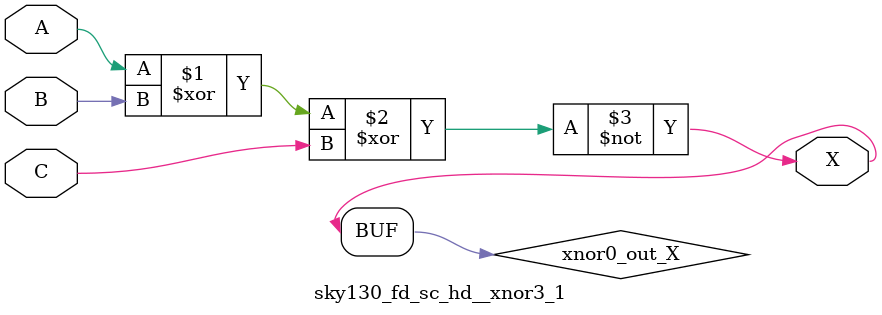
<source format=v>
/*
 * Copyright 2020 The SkyWater PDK Authors
 *
 * Licensed under the Apache License, Version 2.0 (the "License");
 * you may not use this file except in compliance with the License.
 * You may obtain a copy of the License at
 *
 *     https://www.apache.org/licenses/LICENSE-2.0
 *
 * Unless required by applicable law or agreed to in writing, software
 * distributed under the License is distributed on an "AS IS" BASIS,
 * WITHOUT WARRANTIES OR CONDITIONS OF ANY KIND, either express or implied.
 * See the License for the specific language governing permissions and
 * limitations under the License.
 *
 * SPDX-License-Identifier: Apache-2.0
*/


`ifndef SKY130_FD_SC_HD__XNOR3_1_FUNCTIONAL_V
`define SKY130_FD_SC_HD__XNOR3_1_FUNCTIONAL_V

/**
 * xnor3: 3-input exclusive NOR.
 *
 * Verilog simulation functional model.
 */

`timescale 1ns / 1ps
`default_nettype none

`celldefine
module sky130_fd_sc_hd__xnor3_1 (
    X,
    A,
    B,
    C
);

    // Module ports
    output X;
    input  A;
    input  B;
    input  C;

    // Local signals
    wire xnor0_out_X;

    //   Name   Output       Other arguments
    xnor xnor0 (xnor0_out_X, A, B, C        );
    buf  buf0  (X          , xnor0_out_X    );

endmodule
`endcelldefine

`default_nettype wire
`endif  // SKY130_FD_SC_HD__XNOR3_1_FUNCTIONAL_V

</source>
